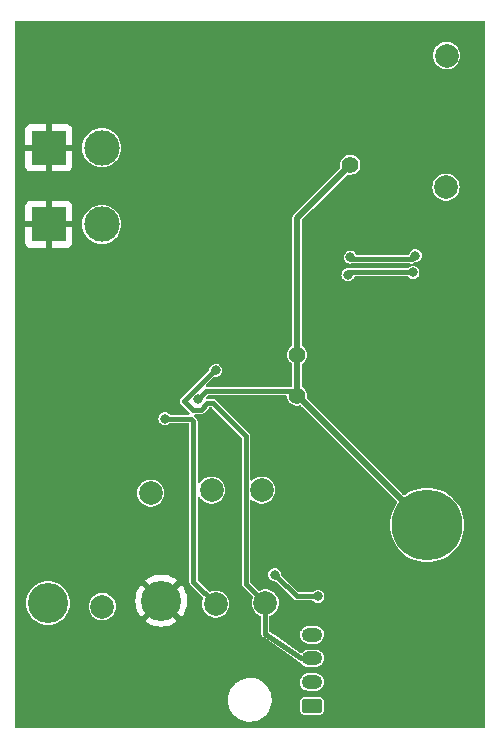
<source format=gbr>
G04 #@! TF.GenerationSoftware,KiCad,Pcbnew,7.0.0-da2b9df05c~163~ubuntu22.04.1*
G04 #@! TF.CreationDate,2023-03-30T16:17:32+09:00*
G04 #@! TF.ProjectId,staticdetector,73746174-6963-4646-9574-6563746f722e,rev?*
G04 #@! TF.SameCoordinates,Original*
G04 #@! TF.FileFunction,Copper,L2,Bot*
G04 #@! TF.FilePolarity,Positive*
%FSLAX46Y46*%
G04 Gerber Fmt 4.6, Leading zero omitted, Abs format (unit mm)*
G04 Created by KiCad (PCBNEW 7.0.0-da2b9df05c~163~ubuntu22.04.1) date 2023-03-30 16:17:32*
%MOMM*%
%LPD*%
G01*
G04 APERTURE LIST*
G04 Aperture macros list*
%AMRoundRect*
0 Rectangle with rounded corners*
0 $1 Rounding radius*
0 $2 $3 $4 $5 $6 $7 $8 $9 X,Y pos of 4 corners*
0 Add a 4 corners polygon primitive as box body*
4,1,4,$2,$3,$4,$5,$6,$7,$8,$9,$2,$3,0*
0 Add four circle primitives for the rounded corners*
1,1,$1+$1,$2,$3*
1,1,$1+$1,$4,$5*
1,1,$1+$1,$6,$7*
1,1,$1+$1,$8,$9*
0 Add four rect primitives between the rounded corners*
20,1,$1+$1,$2,$3,$4,$5,0*
20,1,$1+$1,$4,$5,$6,$7,0*
20,1,$1+$1,$6,$7,$8,$9,0*
20,1,$1+$1,$8,$9,$2,$3,0*%
G04 Aperture macros list end*
G04 #@! TA.AperFunction,ComponentPad*
%ADD10C,3.400000*%
G04 #@! TD*
G04 #@! TA.AperFunction,ComponentPad*
%ADD11C,2.000000*%
G04 #@! TD*
G04 #@! TA.AperFunction,ComponentPad*
%ADD12C,3.000000*%
G04 #@! TD*
G04 #@! TA.AperFunction,ComponentPad*
%ADD13R,3.000000X3.000000*%
G04 #@! TD*
G04 #@! TA.AperFunction,ComponentPad*
%ADD14O,1.750000X1.200000*%
G04 #@! TD*
G04 #@! TA.AperFunction,ComponentPad*
%ADD15RoundRect,0.250000X0.625000X-0.350000X0.625000X0.350000X-0.625000X0.350000X-0.625000X-0.350000X0*%
G04 #@! TD*
G04 #@! TA.AperFunction,ViaPad*
%ADD16C,0.800000*%
G04 #@! TD*
G04 #@! TA.AperFunction,ViaPad*
%ADD17C,1.399540*%
G04 #@! TD*
G04 #@! TA.AperFunction,ViaPad*
%ADD18C,6.000000*%
G04 #@! TD*
G04 #@! TA.AperFunction,Conductor*
%ADD19C,0.508000*%
G04 #@! TD*
G04 #@! TA.AperFunction,Conductor*
%ADD20C,0.381000*%
G04 #@! TD*
G04 APERTURE END LIST*
D10*
X112900000Y-109300000D03*
X122500000Y-109100000D03*
D11*
X126750000Y-99750000D03*
X121600000Y-100000000D03*
X131000000Y-99750000D03*
X146600000Y-74100000D03*
X146650000Y-62950000D03*
X131300000Y-109300000D03*
D12*
X117450000Y-70750000D03*
X117450000Y-77250000D03*
D13*
X112949999Y-70749999D03*
X112949999Y-77249999D03*
D11*
X117500000Y-109600000D03*
X127100000Y-109400000D03*
D14*
X135249999Y-111999999D03*
X135249999Y-113999999D03*
X135249999Y-115999999D03*
D15*
X135250000Y-118000000D03*
D16*
X126500000Y-84700000D03*
X143800000Y-81300000D03*
X138300000Y-81500000D03*
X144000000Y-79900000D03*
X138500000Y-80020000D03*
X132100000Y-106900000D03*
X135750000Y-108750000D03*
X127100000Y-89600000D03*
X125588155Y-92065326D03*
X122800000Y-93700000D03*
D17*
X138500000Y-72200000D03*
X134000000Y-91750000D03*
D18*
X145000000Y-102700000D03*
D17*
X134000000Y-88289770D03*
D19*
X134000000Y-76700000D02*
X138500000Y-72200000D01*
X134000000Y-88289770D02*
X134000000Y-76700000D01*
X134000000Y-91750000D02*
X134000000Y-88289770D01*
D20*
X138300000Y-81500000D02*
X138500000Y-81300000D01*
X138500000Y-81300000D02*
X143800000Y-81300000D01*
X143700000Y-80200000D02*
X138680000Y-80200000D01*
X144000000Y-79900000D02*
X143700000Y-80200000D01*
X138680000Y-80200000D02*
X138500000Y-80020000D01*
X133950000Y-108750000D02*
X135750000Y-108750000D01*
X132100000Y-106900000D02*
X133950000Y-108750000D01*
X131300000Y-109300000D02*
X131300000Y-111900000D01*
X131300000Y-111900000D02*
X134300000Y-114000000D01*
X134300000Y-114000000D02*
X135250000Y-114000000D01*
X127100000Y-109400000D02*
X125219741Y-107519741D01*
X125219741Y-107519741D02*
X125219741Y-93919741D01*
X125219741Y-93919741D02*
X125000000Y-93700000D01*
X125000000Y-93700000D02*
X122800000Y-93700000D01*
X129659500Y-107659500D02*
X131300000Y-109300000D01*
X127100000Y-89600000D02*
X127006962Y-89600000D01*
X126900706Y-92400000D02*
X129659500Y-95158794D01*
X126400000Y-92400000D02*
X126900706Y-92400000D01*
X125830501Y-92969499D02*
X126400000Y-92400000D01*
X129659500Y-95158794D02*
X129659500Y-107659500D01*
X125162537Y-92969499D02*
X125830501Y-92969499D01*
X124400000Y-92206962D02*
X125162537Y-92969499D01*
X127006962Y-89600000D02*
X124400000Y-92206962D01*
X126283982Y-91369499D02*
X125588155Y-92065326D01*
X133619499Y-91369499D02*
X126283982Y-91369499D01*
X134000000Y-91750000D02*
X133619499Y-91369499D01*
D19*
X145000000Y-102700000D02*
X134050000Y-91750000D01*
X134050000Y-91750000D02*
X134000000Y-91750000D01*
G04 #@! TA.AperFunction,Conductor*
G36*
X149837500Y-60016613D02*
G01*
X149882887Y-60062000D01*
X149899500Y-60124000D01*
X149899500Y-119775500D01*
X149882887Y-119837500D01*
X149837500Y-119882887D01*
X149775500Y-119899500D01*
X110224500Y-119899500D01*
X110162500Y-119882887D01*
X110117113Y-119837500D01*
X110100500Y-119775500D01*
X110100500Y-117567765D01*
X128145788Y-117567765D01*
X128146282Y-117572262D01*
X128146283Y-117572267D01*
X128174917Y-117832506D01*
X128174918Y-117832513D01*
X128175414Y-117837018D01*
X128176559Y-117841398D01*
X128176561Y-117841408D01*
X128208830Y-117964838D01*
X128243928Y-118099088D01*
X128245693Y-118103242D01*
X128245696Y-118103250D01*
X128348099Y-118344223D01*
X128349870Y-118348390D01*
X128352226Y-118352251D01*
X128352229Y-118352256D01*
X128432629Y-118483996D01*
X128490982Y-118579610D01*
X128664255Y-118787820D01*
X128667630Y-118790844D01*
X128667631Y-118790845D01*
X128772330Y-118884656D01*
X128865998Y-118968582D01*
X129091910Y-119118044D01*
X129337176Y-119233020D01*
X129596569Y-119311060D01*
X129864561Y-119350500D01*
X130065369Y-119350500D01*
X130067631Y-119350500D01*
X130270156Y-119335677D01*
X130534553Y-119276780D01*
X130787558Y-119180014D01*
X131023777Y-119047441D01*
X131238177Y-118881888D01*
X131426186Y-118686881D01*
X131583799Y-118466579D01*
X131630030Y-118376659D01*
X134224500Y-118376659D01*
X134224501Y-118381518D01*
X134225261Y-118386320D01*
X134225262Y-118386326D01*
X134236243Y-118455662D01*
X134239354Y-118475304D01*
X134243780Y-118483991D01*
X134243782Y-118483996D01*
X134290527Y-118575737D01*
X134296950Y-118588342D01*
X134386658Y-118678050D01*
X134499696Y-118735646D01*
X134593481Y-118750500D01*
X135906518Y-118750499D01*
X136000304Y-118735646D01*
X136113342Y-118678050D01*
X136203050Y-118588342D01*
X136260646Y-118475304D01*
X136275500Y-118381519D01*
X136275499Y-117618482D01*
X136260646Y-117524696D01*
X136203050Y-117411658D01*
X136113342Y-117321950D01*
X136000304Y-117264354D01*
X135990667Y-117262827D01*
X135990662Y-117262826D01*
X135911339Y-117250263D01*
X135911333Y-117250262D01*
X135906519Y-117249500D01*
X135901640Y-117249500D01*
X134598352Y-117249500D01*
X134598339Y-117249500D01*
X134593482Y-117249501D01*
X134588680Y-117250261D01*
X134588673Y-117250262D01*
X134509331Y-117262828D01*
X134509330Y-117262828D01*
X134499696Y-117264354D01*
X134491010Y-117268779D01*
X134491003Y-117268782D01*
X134395353Y-117317519D01*
X134395349Y-117317521D01*
X134386658Y-117321950D01*
X134379759Y-117328848D01*
X134379756Y-117328851D01*
X134303851Y-117404756D01*
X134303848Y-117404759D01*
X134296950Y-117411658D01*
X134292521Y-117420349D01*
X134292519Y-117420353D01*
X134243785Y-117515999D01*
X134239354Y-117524696D01*
X134237827Y-117534330D01*
X134237826Y-117534337D01*
X134225263Y-117613660D01*
X134225262Y-117613667D01*
X134224500Y-117618481D01*
X134224500Y-117623358D01*
X134224500Y-117623359D01*
X134224500Y-118376647D01*
X134224500Y-118376659D01*
X131630030Y-118376659D01*
X131707656Y-118225675D01*
X131795118Y-117969305D01*
X131844319Y-117702933D01*
X131854212Y-117432235D01*
X131824586Y-117162982D01*
X131756072Y-116900912D01*
X131650130Y-116651610D01*
X131509018Y-116420390D01*
X131335745Y-116212180D01*
X131245377Y-116131210D01*
X131147972Y-116043935D01*
X134220669Y-116043935D01*
X134251135Y-116216711D01*
X134320623Y-116377804D01*
X134425390Y-116518530D01*
X134559786Y-116631302D01*
X134716567Y-116710040D01*
X134887279Y-116750500D01*
X135565111Y-116750500D01*
X135568709Y-116750500D01*
X135699255Y-116735241D01*
X135864117Y-116675237D01*
X136010696Y-116578830D01*
X136131092Y-116451218D01*
X136218812Y-116299281D01*
X136269130Y-116131210D01*
X136279331Y-115956065D01*
X136248865Y-115783289D01*
X136179377Y-115622196D01*
X136074610Y-115481470D01*
X136002747Y-115421170D01*
X135945745Y-115373339D01*
X135945744Y-115373338D01*
X135940214Y-115368698D01*
X135847810Y-115322291D01*
X135789883Y-115293199D01*
X135789880Y-115293198D01*
X135783433Y-115289960D01*
X135776407Y-115288294D01*
X135776405Y-115288294D01*
X135619749Y-115251165D01*
X135619743Y-115251164D01*
X135612721Y-115249500D01*
X134931291Y-115249500D01*
X134927725Y-115249916D01*
X134927721Y-115249917D01*
X134807915Y-115263920D01*
X134807907Y-115263921D01*
X134800745Y-115264759D01*
X134793967Y-115267225D01*
X134793958Y-115267228D01*
X134642674Y-115322291D01*
X134642671Y-115322292D01*
X134635883Y-115324763D01*
X134629850Y-115328730D01*
X134629842Y-115328735D01*
X134495340Y-115417199D01*
X134495334Y-115417203D01*
X134489304Y-115421170D01*
X134484351Y-115426419D01*
X134484346Y-115426424D01*
X134373865Y-115543527D01*
X134373861Y-115543531D01*
X134368908Y-115548782D01*
X134365299Y-115555032D01*
X134365296Y-115555037D01*
X134284799Y-115694463D01*
X134284796Y-115694468D01*
X134281188Y-115700719D01*
X134279117Y-115707634D01*
X134279117Y-115707636D01*
X134232941Y-115861869D01*
X134232939Y-115861877D01*
X134230870Y-115868790D01*
X134230450Y-115875996D01*
X134230449Y-115876004D01*
X134221088Y-116036725D01*
X134221088Y-116036733D01*
X134220669Y-116043935D01*
X131147972Y-116043935D01*
X131137382Y-116034446D01*
X131137378Y-116034442D01*
X131134002Y-116031418D01*
X130908090Y-115881956D01*
X130903996Y-115880036D01*
X130903991Y-115880034D01*
X130666929Y-115768904D01*
X130666925Y-115768902D01*
X130662824Y-115766980D01*
X130658477Y-115765672D01*
X130658474Y-115765671D01*
X130407772Y-115690246D01*
X130407771Y-115690245D01*
X130403431Y-115688940D01*
X130398957Y-115688281D01*
X130398950Y-115688280D01*
X130139913Y-115650158D01*
X130139907Y-115650157D01*
X130135439Y-115649500D01*
X129932369Y-115649500D01*
X129930120Y-115649664D01*
X129930109Y-115649665D01*
X129734363Y-115663992D01*
X129734359Y-115663992D01*
X129729844Y-115664323D01*
X129725426Y-115665307D01*
X129725420Y-115665308D01*
X129469877Y-115722232D01*
X129469861Y-115722236D01*
X129465447Y-115723220D01*
X129461216Y-115724838D01*
X129461210Y-115724840D01*
X129216673Y-115818367D01*
X129216663Y-115818371D01*
X129212442Y-115819986D01*
X129208494Y-115822201D01*
X129208489Y-115822204D01*
X128980176Y-115950340D01*
X128980171Y-115950343D01*
X128976223Y-115952559D01*
X128972639Y-115955325D01*
X128972635Y-115955329D01*
X128765407Y-116115343D01*
X128765394Y-116115354D01*
X128761823Y-116118112D01*
X128758685Y-116121366D01*
X128758678Y-116121373D01*
X128576958Y-116309857D01*
X128576952Y-116309864D01*
X128573814Y-116313119D01*
X128571189Y-116316787D01*
X128571179Y-116316800D01*
X128418834Y-116529740D01*
X128418830Y-116529745D01*
X128416201Y-116533421D01*
X128414132Y-116537444D01*
X128414129Y-116537450D01*
X128294416Y-116770293D01*
X128294411Y-116770304D01*
X128292344Y-116774325D01*
X128290884Y-116778602D01*
X128290879Y-116778616D01*
X128206348Y-117026395D01*
X128206344Y-117026407D01*
X128204882Y-117030695D01*
X128204057Y-117035159D01*
X128204057Y-117035161D01*
X128156504Y-117292606D01*
X128156502Y-117292619D01*
X128155681Y-117297067D01*
X128155515Y-117301593D01*
X128155515Y-117301599D01*
X128147010Y-117534337D01*
X128145788Y-117567765D01*
X110100500Y-117567765D01*
X110100500Y-109300000D01*
X111044773Y-109300000D01*
X111045181Y-109305709D01*
X111063340Y-109559603D01*
X111063341Y-109559612D01*
X111063657Y-109564026D01*
X111064597Y-109568351D01*
X111064599Y-109568359D01*
X111118980Y-109818344D01*
X111119923Y-109822678D01*
X111121472Y-109826831D01*
X111210878Y-110066540D01*
X111210880Y-110066546D01*
X111212426Y-110070689D01*
X111339284Y-110303011D01*
X111497913Y-110514915D01*
X111685085Y-110702087D01*
X111896989Y-110860716D01*
X112129311Y-110987574D01*
X112377322Y-111080077D01*
X112635974Y-111136343D01*
X112900000Y-111155227D01*
X113164026Y-111136343D01*
X113422678Y-111080077D01*
X113670689Y-110987574D01*
X113903011Y-110860716D01*
X113952075Y-110823987D01*
X121134748Y-110823987D01*
X121142181Y-110835379D01*
X121154800Y-110846445D01*
X121161231Y-110851379D01*
X121394265Y-111007089D01*
X121401280Y-111011139D01*
X121652648Y-111135100D01*
X121660137Y-111138201D01*
X121925521Y-111228287D01*
X121933368Y-111230390D01*
X122208243Y-111285065D01*
X122216279Y-111286123D01*
X122495942Y-111304454D01*
X122504058Y-111304454D01*
X122783720Y-111286123D01*
X122791756Y-111285065D01*
X123066631Y-111230390D01*
X123074478Y-111228287D01*
X123339862Y-111138201D01*
X123347351Y-111135100D01*
X123598719Y-111011139D01*
X123605734Y-111007089D01*
X123838769Y-110851379D01*
X123845203Y-110846442D01*
X123857817Y-110835379D01*
X123865250Y-110823987D01*
X123858575Y-110812129D01*
X122511542Y-109465095D01*
X122500000Y-109458431D01*
X122488457Y-109465095D01*
X121141422Y-110812130D01*
X121134748Y-110823987D01*
X113952075Y-110823987D01*
X114114915Y-110702087D01*
X114302087Y-110514915D01*
X114460716Y-110303011D01*
X114587574Y-110070689D01*
X114680077Y-109822678D01*
X114728517Y-109600000D01*
X116344571Y-109600000D01*
X116364244Y-109812310D01*
X116365812Y-109817821D01*
X116365814Y-109817831D01*
X116421024Y-110011870D01*
X116421026Y-110011876D01*
X116422595Y-110017389D01*
X116517634Y-110208255D01*
X116549789Y-110250835D01*
X116614383Y-110336371D01*
X116646128Y-110378407D01*
X116650360Y-110382265D01*
X116741389Y-110465250D01*
X116803698Y-110522052D01*
X116984981Y-110634298D01*
X117183802Y-110711321D01*
X117393390Y-110750500D01*
X117600881Y-110750500D01*
X117606610Y-110750500D01*
X117816198Y-110711321D01*
X118015019Y-110634298D01*
X118196302Y-110522052D01*
X118353872Y-110378407D01*
X118482366Y-110208255D01*
X118577405Y-110017389D01*
X118635756Y-109812310D01*
X118655429Y-109600000D01*
X118635756Y-109387690D01*
X118577405Y-109182611D01*
X118538291Y-109104058D01*
X120295546Y-109104058D01*
X120313876Y-109383720D01*
X120314934Y-109391756D01*
X120369609Y-109666631D01*
X120371712Y-109674478D01*
X120461798Y-109939862D01*
X120464899Y-109947351D01*
X120588860Y-110198719D01*
X120592910Y-110205734D01*
X120748618Y-110438766D01*
X120753559Y-110445205D01*
X120764617Y-110457815D01*
X120776012Y-110465250D01*
X120787868Y-110458576D01*
X122134903Y-109111542D01*
X122141567Y-109100000D01*
X122141566Y-109099999D01*
X122858431Y-109099999D01*
X122865095Y-109111542D01*
X124212129Y-110458575D01*
X124223987Y-110465250D01*
X124235379Y-110457817D01*
X124246442Y-110445203D01*
X124251379Y-110438769D01*
X124407089Y-110205734D01*
X124411139Y-110198719D01*
X124535100Y-109947351D01*
X124538201Y-109939862D01*
X124628287Y-109674478D01*
X124630390Y-109666631D01*
X124685065Y-109391756D01*
X124686123Y-109383720D01*
X124704454Y-109104058D01*
X124704454Y-109095942D01*
X124686123Y-108816279D01*
X124685065Y-108808243D01*
X124630390Y-108533368D01*
X124628287Y-108525521D01*
X124538201Y-108260137D01*
X124535100Y-108252648D01*
X124411139Y-108001280D01*
X124407089Y-107994265D01*
X124251379Y-107761231D01*
X124246445Y-107754800D01*
X124235379Y-107742181D01*
X124223987Y-107734748D01*
X124212130Y-107741422D01*
X122865095Y-109088457D01*
X122858431Y-109099999D01*
X122141566Y-109099999D01*
X122134903Y-109088457D01*
X120787866Y-107741420D01*
X120776012Y-107734747D01*
X120764620Y-107742181D01*
X120753554Y-107754799D01*
X120748622Y-107761227D01*
X120592910Y-107994265D01*
X120588860Y-108001280D01*
X120464899Y-108252648D01*
X120461798Y-108260137D01*
X120371712Y-108525521D01*
X120369609Y-108533368D01*
X120314934Y-108808243D01*
X120313876Y-108816279D01*
X120295546Y-109095942D01*
X120295546Y-109104058D01*
X118538291Y-109104058D01*
X118482366Y-108991745D01*
X118353872Y-108821593D01*
X118316115Y-108787173D01*
X118200531Y-108681803D01*
X118200529Y-108681801D01*
X118196302Y-108677948D01*
X118191438Y-108674936D01*
X118191435Y-108674934D01*
X118019890Y-108568718D01*
X118019889Y-108568717D01*
X118015019Y-108565702D01*
X118009681Y-108563634D01*
X118009677Y-108563632D01*
X117821545Y-108490750D01*
X117821540Y-108490748D01*
X117816198Y-108488679D01*
X117758793Y-108477948D01*
X117612239Y-108450552D01*
X117612236Y-108450551D01*
X117606610Y-108449500D01*
X117393390Y-108449500D01*
X117387764Y-108450551D01*
X117387760Y-108450552D01*
X117189439Y-108487625D01*
X117189436Y-108487625D01*
X117183802Y-108488679D01*
X117178461Y-108490747D01*
X117178454Y-108490750D01*
X116990322Y-108563632D01*
X116990313Y-108563636D01*
X116984981Y-108565702D01*
X116980114Y-108568715D01*
X116980109Y-108568718D01*
X116808564Y-108674934D01*
X116808555Y-108674940D01*
X116803698Y-108677948D01*
X116799475Y-108681797D01*
X116799468Y-108681803D01*
X116650360Y-108817734D01*
X116650354Y-108817739D01*
X116646128Y-108821593D01*
X116642681Y-108826156D01*
X116642675Y-108826164D01*
X116521086Y-108987173D01*
X116521083Y-108987177D01*
X116517634Y-108991745D01*
X116515082Y-108996870D01*
X116515079Y-108996875D01*
X116425153Y-109177473D01*
X116422595Y-109182611D01*
X116421027Y-109188119D01*
X116421024Y-109188129D01*
X116365814Y-109382168D01*
X116365811Y-109382179D01*
X116364244Y-109387690D01*
X116363714Y-109393400D01*
X116363714Y-109393405D01*
X116352185Y-109517831D01*
X116344571Y-109600000D01*
X114728517Y-109600000D01*
X114736343Y-109564026D01*
X114755227Y-109300000D01*
X114736343Y-109035974D01*
X114680077Y-108777322D01*
X114587574Y-108529311D01*
X114460716Y-108296989D01*
X114302087Y-108085085D01*
X114114915Y-107897913D01*
X113903011Y-107739284D01*
X113891356Y-107732920D01*
X113674575Y-107614548D01*
X113670689Y-107612426D01*
X113666546Y-107610880D01*
X113666540Y-107610878D01*
X113426831Y-107521472D01*
X113422678Y-107519923D01*
X113418346Y-107518980D01*
X113418344Y-107518980D01*
X113168359Y-107464599D01*
X113168351Y-107464597D01*
X113164026Y-107463657D01*
X113159612Y-107463341D01*
X113159603Y-107463340D01*
X112904418Y-107445089D01*
X112900000Y-107444773D01*
X112895582Y-107445089D01*
X112640396Y-107463340D01*
X112640385Y-107463341D01*
X112635974Y-107463657D01*
X112631650Y-107464597D01*
X112631640Y-107464599D01*
X112381655Y-107518980D01*
X112381649Y-107518981D01*
X112377322Y-107519923D01*
X112373172Y-107521470D01*
X112373168Y-107521472D01*
X112133459Y-107610878D01*
X112133448Y-107610882D01*
X112129311Y-107612426D01*
X112125429Y-107614545D01*
X112125424Y-107614548D01*
X111900883Y-107737157D01*
X111900875Y-107737161D01*
X111896989Y-107739284D01*
X111893439Y-107741941D01*
X111893435Y-107741944D01*
X111688636Y-107895254D01*
X111688629Y-107895259D01*
X111685085Y-107897913D01*
X111681954Y-107901043D01*
X111681947Y-107901050D01*
X111501050Y-108081947D01*
X111501043Y-108081954D01*
X111497913Y-108085085D01*
X111495259Y-108088629D01*
X111495254Y-108088636D01*
X111343954Y-108290750D01*
X111339284Y-108296989D01*
X111337161Y-108300875D01*
X111337157Y-108300883D01*
X111216640Y-108521593D01*
X111212426Y-108529311D01*
X111210882Y-108533448D01*
X111210878Y-108533459D01*
X111124916Y-108763935D01*
X111119923Y-108777322D01*
X111118981Y-108781649D01*
X111118980Y-108781655D01*
X111064599Y-109031640D01*
X111064597Y-109031650D01*
X111063657Y-109035974D01*
X111063341Y-109040385D01*
X111063340Y-109040396D01*
X111045973Y-109283217D01*
X111044773Y-109300000D01*
X110100500Y-109300000D01*
X110100500Y-107376012D01*
X121134747Y-107376012D01*
X121141420Y-107387866D01*
X122488457Y-108734903D01*
X122500000Y-108741567D01*
X122511542Y-108734903D01*
X123858576Y-107387868D01*
X123865250Y-107376012D01*
X123857815Y-107364617D01*
X123845205Y-107353559D01*
X123838766Y-107348618D01*
X123605734Y-107192910D01*
X123598719Y-107188860D01*
X123347351Y-107064899D01*
X123339862Y-107061798D01*
X123074478Y-106971712D01*
X123066631Y-106969609D01*
X122791756Y-106914934D01*
X122783720Y-106913876D01*
X122504058Y-106895546D01*
X122495942Y-106895546D01*
X122216279Y-106913876D01*
X122208243Y-106914934D01*
X121933368Y-106969609D01*
X121925521Y-106971712D01*
X121660137Y-107061798D01*
X121652648Y-107064899D01*
X121401280Y-107188860D01*
X121394265Y-107192910D01*
X121161227Y-107348622D01*
X121154799Y-107353554D01*
X121142181Y-107364620D01*
X121134747Y-107376012D01*
X110100500Y-107376012D01*
X110100500Y-100000000D01*
X120444571Y-100000000D01*
X120445100Y-100005709D01*
X120463372Y-100202906D01*
X120464244Y-100212310D01*
X120465812Y-100217821D01*
X120465814Y-100217831D01*
X120521024Y-100411870D01*
X120521026Y-100411876D01*
X120522595Y-100417389D01*
X120617634Y-100608255D01*
X120746128Y-100778407D01*
X120750360Y-100782265D01*
X120878901Y-100899447D01*
X120903698Y-100922052D01*
X121084981Y-101034298D01*
X121283802Y-101111321D01*
X121493390Y-101150500D01*
X121700881Y-101150500D01*
X121706610Y-101150500D01*
X121916198Y-101111321D01*
X122115019Y-101034298D01*
X122296302Y-100922052D01*
X122453872Y-100778407D01*
X122582366Y-100608255D01*
X122677405Y-100417389D01*
X122735756Y-100212310D01*
X122755429Y-100000000D01*
X122735756Y-99787690D01*
X122726656Y-99755709D01*
X122678975Y-99588129D01*
X122677405Y-99582611D01*
X122582366Y-99391745D01*
X122453872Y-99221593D01*
X122404029Y-99176155D01*
X122300531Y-99081803D01*
X122300529Y-99081801D01*
X122296302Y-99077948D01*
X122291438Y-99074936D01*
X122291435Y-99074934D01*
X122119890Y-98968718D01*
X122119889Y-98968717D01*
X122115019Y-98965702D01*
X122109681Y-98963634D01*
X122109677Y-98963632D01*
X121921545Y-98890750D01*
X121921540Y-98890748D01*
X121916198Y-98888679D01*
X121910560Y-98887625D01*
X121712239Y-98850552D01*
X121712236Y-98850551D01*
X121706610Y-98849500D01*
X121493390Y-98849500D01*
X121487764Y-98850551D01*
X121487760Y-98850552D01*
X121289439Y-98887625D01*
X121289436Y-98887625D01*
X121283802Y-98888679D01*
X121278461Y-98890747D01*
X121278454Y-98890750D01*
X121090322Y-98963632D01*
X121090313Y-98963636D01*
X121084981Y-98965702D01*
X121080114Y-98968715D01*
X121080109Y-98968718D01*
X120908564Y-99074934D01*
X120908555Y-99074940D01*
X120903698Y-99077948D01*
X120899475Y-99081797D01*
X120899468Y-99081803D01*
X120750360Y-99217734D01*
X120750354Y-99217739D01*
X120746128Y-99221593D01*
X120742681Y-99226156D01*
X120742675Y-99226164D01*
X120621086Y-99387173D01*
X120621083Y-99387177D01*
X120617634Y-99391745D01*
X120615082Y-99396870D01*
X120615079Y-99396875D01*
X120531771Y-99564182D01*
X120522595Y-99582611D01*
X120521027Y-99588119D01*
X120521024Y-99588129D01*
X120465814Y-99782168D01*
X120465811Y-99782179D01*
X120464244Y-99787690D01*
X120463714Y-99793400D01*
X120463714Y-99793405D01*
X120457819Y-99857025D01*
X120444571Y-100000000D01*
X110100500Y-100000000D01*
X110100500Y-93700000D01*
X122244750Y-93700000D01*
X122245811Y-93708059D01*
X122259494Y-93811995D01*
X122263670Y-93843709D01*
X122266781Y-93851220D01*
X122266782Y-93851223D01*
X122301331Y-93934631D01*
X122319139Y-93977625D01*
X122324084Y-93984069D01*
X122324085Y-93984071D01*
X122377581Y-94053788D01*
X122407379Y-94092621D01*
X122522375Y-94180861D01*
X122656291Y-94236330D01*
X122800000Y-94255250D01*
X122943709Y-94236330D01*
X123077625Y-94180861D01*
X123192621Y-94092621D01*
X123197567Y-94086174D01*
X123203314Y-94080428D01*
X123204559Y-94081673D01*
X123238536Y-94053788D01*
X123293381Y-94041000D01*
X124754741Y-94041000D01*
X124816741Y-94057613D01*
X124862128Y-94103000D01*
X124878741Y-94165000D01*
X124878741Y-107499439D01*
X124878268Y-107510246D01*
X124874798Y-107549920D01*
X124877604Y-107560395D01*
X124877605Y-107560396D01*
X124885108Y-107588397D01*
X124887449Y-107598958D01*
X124892478Y-107627482D01*
X124892479Y-107627485D01*
X124894363Y-107638169D01*
X124899787Y-107647564D01*
X124901279Y-107651662D01*
X124903115Y-107655601D01*
X124905923Y-107666077D01*
X124912143Y-107674961D01*
X124912144Y-107674962D01*
X124928760Y-107698692D01*
X124934571Y-107707813D01*
X124954490Y-107742313D01*
X124984997Y-107767911D01*
X124992973Y-107775220D01*
X126018601Y-108800848D01*
X126046546Y-108843735D01*
X126054788Y-108894255D01*
X126041921Y-108943798D01*
X126022595Y-108982611D01*
X126021027Y-108988119D01*
X126021024Y-108988129D01*
X125965814Y-109182168D01*
X125965811Y-109182179D01*
X125964244Y-109187690D01*
X125963714Y-109193400D01*
X125963714Y-109193405D01*
X125953308Y-109305709D01*
X125944571Y-109400000D01*
X125964244Y-109612310D01*
X125965812Y-109617821D01*
X125965814Y-109617831D01*
X126021024Y-109811870D01*
X126021026Y-109811876D01*
X126022595Y-109817389D01*
X126117634Y-110008255D01*
X126246128Y-110178407D01*
X126250360Y-110182265D01*
X126386708Y-110306564D01*
X126403698Y-110322052D01*
X126584981Y-110434298D01*
X126783802Y-110511321D01*
X126993390Y-110550500D01*
X127200881Y-110550500D01*
X127206610Y-110550500D01*
X127416198Y-110511321D01*
X127615019Y-110434298D01*
X127796302Y-110322052D01*
X127953872Y-110178407D01*
X128082366Y-110008255D01*
X128177405Y-109817389D01*
X128235756Y-109612310D01*
X128255429Y-109400000D01*
X128235756Y-109187690D01*
X128211883Y-109103788D01*
X128178975Y-108988129D01*
X128177405Y-108982611D01*
X128082366Y-108791745D01*
X127953872Y-108621593D01*
X127857194Y-108533459D01*
X127800531Y-108481803D01*
X127800529Y-108481801D01*
X127796302Y-108477948D01*
X127791438Y-108474936D01*
X127791435Y-108474934D01*
X127619890Y-108368718D01*
X127619889Y-108368717D01*
X127615019Y-108365702D01*
X127609681Y-108363634D01*
X127609677Y-108363632D01*
X127421545Y-108290750D01*
X127421540Y-108290748D01*
X127416198Y-108288679D01*
X127369037Y-108279863D01*
X127212239Y-108250552D01*
X127212236Y-108250551D01*
X127206610Y-108249500D01*
X126993390Y-108249500D01*
X126987764Y-108250551D01*
X126987760Y-108250552D01*
X126789439Y-108287625D01*
X126789436Y-108287625D01*
X126783802Y-108288679D01*
X126778461Y-108290747D01*
X126778454Y-108290750D01*
X126633631Y-108346855D01*
X126586927Y-108355213D01*
X126540503Y-108345420D01*
X126501156Y-108318909D01*
X125597060Y-107414813D01*
X125570180Y-107374585D01*
X125560741Y-107327132D01*
X125560741Y-100454250D01*
X125575859Y-100394915D01*
X125617526Y-100350047D01*
X125675583Y-100330589D01*
X125735873Y-100341283D01*
X125783695Y-100379523D01*
X125851076Y-100468750D01*
X125896128Y-100528407D01*
X125900360Y-100532265D01*
X125997929Y-100621212D01*
X126053698Y-100672052D01*
X126234981Y-100784298D01*
X126433802Y-100861321D01*
X126643390Y-100900500D01*
X126850881Y-100900500D01*
X126856610Y-100900500D01*
X127066198Y-100861321D01*
X127265019Y-100784298D01*
X127446302Y-100672052D01*
X127603872Y-100528407D01*
X127732366Y-100358255D01*
X127827405Y-100167389D01*
X127885756Y-99962310D01*
X127905429Y-99750000D01*
X127885756Y-99537690D01*
X127842929Y-99387173D01*
X127828975Y-99338129D01*
X127827405Y-99332611D01*
X127732366Y-99141745D01*
X127603872Y-98971593D01*
X127511764Y-98887625D01*
X127450531Y-98831803D01*
X127450529Y-98831801D01*
X127446302Y-98827948D01*
X127441438Y-98824936D01*
X127441435Y-98824934D01*
X127269890Y-98718718D01*
X127269889Y-98718717D01*
X127265019Y-98715702D01*
X127259681Y-98713634D01*
X127259677Y-98713632D01*
X127071545Y-98640750D01*
X127071540Y-98640748D01*
X127066198Y-98638679D01*
X127060560Y-98637625D01*
X126862239Y-98600552D01*
X126862236Y-98600551D01*
X126856610Y-98599500D01*
X126643390Y-98599500D01*
X126637764Y-98600551D01*
X126637760Y-98600552D01*
X126439439Y-98637625D01*
X126439436Y-98637625D01*
X126433802Y-98638679D01*
X126428461Y-98640747D01*
X126428454Y-98640750D01*
X126240322Y-98713632D01*
X126240313Y-98713636D01*
X126234981Y-98715702D01*
X126230114Y-98718715D01*
X126230109Y-98718718D01*
X126058564Y-98824934D01*
X126058555Y-98824940D01*
X126053698Y-98827948D01*
X126049475Y-98831797D01*
X126049468Y-98831803D01*
X125900360Y-98967734D01*
X125900354Y-98967739D01*
X125896128Y-98971593D01*
X125892681Y-98976156D01*
X125892675Y-98976164D01*
X125783695Y-99120477D01*
X125735873Y-99158717D01*
X125675583Y-99169411D01*
X125617526Y-99149953D01*
X125575859Y-99105085D01*
X125560741Y-99045750D01*
X125560741Y-93940043D01*
X125561213Y-93929235D01*
X125564684Y-93889563D01*
X125554373Y-93851085D01*
X125552037Y-93840548D01*
X125545119Y-93801313D01*
X125539692Y-93791913D01*
X125538205Y-93787828D01*
X125536366Y-93783886D01*
X125533559Y-93773405D01*
X125510720Y-93740787D01*
X125504908Y-93731665D01*
X125484992Y-93697169D01*
X125454478Y-93671565D01*
X125446502Y-93664256D01*
X125304426Y-93522180D01*
X125274176Y-93472817D01*
X125269634Y-93415101D01*
X125291789Y-93361614D01*
X125335812Y-93324014D01*
X125392107Y-93310499D01*
X125810199Y-93310499D01*
X125821006Y-93310971D01*
X125860680Y-93314442D01*
X125899148Y-93304133D01*
X125909713Y-93301791D01*
X125911496Y-93301476D01*
X125948929Y-93294877D01*
X125958332Y-93289447D01*
X125962407Y-93287964D01*
X125966345Y-93286127D01*
X125976837Y-93283317D01*
X126009486Y-93260454D01*
X126018552Y-93254679D01*
X126053073Y-93234750D01*
X126078673Y-93204239D01*
X126085970Y-93196275D01*
X126504927Y-92777319D01*
X126545156Y-92750439D01*
X126592609Y-92741000D01*
X126708097Y-92741000D01*
X126755550Y-92750439D01*
X126795778Y-92777319D01*
X129282181Y-95263722D01*
X129309061Y-95303950D01*
X129318500Y-95351403D01*
X129318500Y-107639198D01*
X129318028Y-107650005D01*
X129315845Y-107674962D01*
X129314557Y-107689679D01*
X129317363Y-107700154D01*
X129317364Y-107700155D01*
X129324867Y-107728156D01*
X129327208Y-107738717D01*
X129332237Y-107767241D01*
X129332238Y-107767244D01*
X129334122Y-107777928D01*
X129339546Y-107787323D01*
X129341038Y-107791421D01*
X129342874Y-107795360D01*
X129345682Y-107805836D01*
X129351902Y-107814720D01*
X129351903Y-107814721D01*
X129368519Y-107838451D01*
X129374330Y-107847572D01*
X129394249Y-107882072D01*
X129424756Y-107907670D01*
X129432732Y-107914979D01*
X130218601Y-108700848D01*
X130246546Y-108743735D01*
X130254788Y-108794255D01*
X130241921Y-108843798D01*
X130222595Y-108882611D01*
X130221027Y-108888119D01*
X130221024Y-108888129D01*
X130165814Y-109082168D01*
X130165811Y-109082179D01*
X130164244Y-109087690D01*
X130163714Y-109093400D01*
X130163714Y-109093405D01*
X130150689Y-109233971D01*
X130144571Y-109300000D01*
X130145100Y-109305709D01*
X130152696Y-109387690D01*
X130164244Y-109512310D01*
X130165812Y-109517821D01*
X130165814Y-109517831D01*
X130221024Y-109711870D01*
X130221026Y-109711876D01*
X130222595Y-109717389D01*
X130317634Y-109908255D01*
X130321086Y-109912826D01*
X130440299Y-110070689D01*
X130446128Y-110078407D01*
X130450360Y-110082265D01*
X130593577Y-110212826D01*
X130603698Y-110222052D01*
X130784981Y-110334298D01*
X130790327Y-110336369D01*
X130790331Y-110336371D01*
X130879794Y-110371030D01*
X130921321Y-110397635D01*
X130949192Y-110438323D01*
X130959000Y-110486656D01*
X130959000Y-111840929D01*
X130958529Y-111851721D01*
X130957858Y-111859392D01*
X130955053Y-111869869D01*
X130955999Y-111880668D01*
X130955999Y-111880672D01*
X130958527Y-111909516D01*
X130959000Y-111920340D01*
X130959000Y-111929831D01*
X130959940Y-111935166D01*
X130959941Y-111935170D01*
X130960659Y-111939245D01*
X130962067Y-111949938D01*
X130964601Y-111978855D01*
X130964603Y-111978864D01*
X130965550Y-111989665D01*
X130970133Y-111999489D01*
X130971252Y-112003663D01*
X130972738Y-112007747D01*
X130974622Y-112018428D01*
X130994555Y-112052955D01*
X130999533Y-112062516D01*
X131016388Y-112098646D01*
X131024061Y-112106317D01*
X131026547Y-112109866D01*
X131029323Y-112113175D01*
X131034749Y-112122572D01*
X131043059Y-112129544D01*
X131043060Y-112129546D01*
X131065282Y-112148192D01*
X131073245Y-112155488D01*
X131076178Y-112158421D01*
X131076189Y-112158430D01*
X131080011Y-112162251D01*
X131087788Y-112167695D01*
X131096381Y-112174286D01*
X131126870Y-112199870D01*
X131137062Y-112203579D01*
X131143738Y-112207434D01*
X131152845Y-112213235D01*
X134056094Y-114245510D01*
X134064688Y-114252103D01*
X134070455Y-114256942D01*
X134077428Y-114265251D01*
X134111951Y-114285182D01*
X134121061Y-114290986D01*
X134124450Y-114293359D01*
X134124455Y-114293362D01*
X134128888Y-114296465D01*
X134137502Y-114300480D01*
X134147103Y-114305477D01*
X134181572Y-114325378D01*
X134192260Y-114327262D01*
X134196370Y-114328758D01*
X134200591Y-114329888D01*
X134210428Y-114334474D01*
X134238345Y-114336912D01*
X134287978Y-114352160D01*
X134327018Y-114386394D01*
X134425390Y-114518530D01*
X134559786Y-114631302D01*
X134716567Y-114710040D01*
X134887279Y-114750500D01*
X135565111Y-114750500D01*
X135568709Y-114750500D01*
X135699255Y-114735241D01*
X135864117Y-114675237D01*
X136010696Y-114578830D01*
X136131092Y-114451218D01*
X136218812Y-114299281D01*
X136269130Y-114131210D01*
X136279331Y-113956065D01*
X136248865Y-113783289D01*
X136179377Y-113622196D01*
X136074610Y-113481470D01*
X136002747Y-113421170D01*
X135945745Y-113373339D01*
X135945744Y-113373338D01*
X135940214Y-113368698D01*
X135847810Y-113322291D01*
X135789883Y-113293199D01*
X135789880Y-113293198D01*
X135783433Y-113289960D01*
X135776407Y-113288294D01*
X135776405Y-113288294D01*
X135619749Y-113251165D01*
X135619743Y-113251164D01*
X135612721Y-113249500D01*
X134931291Y-113249500D01*
X134927725Y-113249916D01*
X134927721Y-113249917D01*
X134807915Y-113263920D01*
X134807907Y-113263921D01*
X134800745Y-113264759D01*
X134793967Y-113267225D01*
X134793958Y-113267228D01*
X134642674Y-113322291D01*
X134642671Y-113322292D01*
X134635883Y-113324763D01*
X134629850Y-113328730D01*
X134629842Y-113328735D01*
X134495340Y-113417199D01*
X134495334Y-113417203D01*
X134489304Y-113421170D01*
X134484351Y-113426419D01*
X134484346Y-113426424D01*
X134395155Y-113520961D01*
X134346245Y-113552793D01*
X134288191Y-113558728D01*
X134233852Y-113537452D01*
X132336910Y-112209594D01*
X132100254Y-112043935D01*
X134220669Y-112043935D01*
X134251135Y-112216711D01*
X134320623Y-112377804D01*
X134425390Y-112518530D01*
X134559786Y-112631302D01*
X134716567Y-112710040D01*
X134887279Y-112750500D01*
X135565111Y-112750500D01*
X135568709Y-112750500D01*
X135699255Y-112735241D01*
X135864117Y-112675237D01*
X136010696Y-112578830D01*
X136131092Y-112451218D01*
X136218812Y-112299281D01*
X136269130Y-112131210D01*
X136279331Y-111956065D01*
X136248865Y-111783289D01*
X136179377Y-111622196D01*
X136074610Y-111481470D01*
X136002747Y-111421170D01*
X135945745Y-111373339D01*
X135945744Y-111373338D01*
X135940214Y-111368698D01*
X135847810Y-111322291D01*
X135789883Y-111293199D01*
X135789880Y-111293198D01*
X135783433Y-111289960D01*
X135776407Y-111288294D01*
X135776405Y-111288294D01*
X135619749Y-111251165D01*
X135619743Y-111251164D01*
X135612721Y-111249500D01*
X134931291Y-111249500D01*
X134927725Y-111249916D01*
X134927721Y-111249917D01*
X134807915Y-111263920D01*
X134807907Y-111263921D01*
X134800745Y-111264759D01*
X134793967Y-111267225D01*
X134793958Y-111267228D01*
X134642674Y-111322291D01*
X134642671Y-111322292D01*
X134635883Y-111324763D01*
X134629850Y-111328730D01*
X134629842Y-111328735D01*
X134495340Y-111417199D01*
X134495334Y-111417203D01*
X134489304Y-111421170D01*
X134484351Y-111426419D01*
X134484346Y-111426424D01*
X134373865Y-111543527D01*
X134373861Y-111543531D01*
X134368908Y-111548782D01*
X134365299Y-111555032D01*
X134365296Y-111555037D01*
X134284799Y-111694463D01*
X134284796Y-111694468D01*
X134281188Y-111700719D01*
X134279117Y-111707634D01*
X134279117Y-111707636D01*
X134232941Y-111861869D01*
X134232939Y-111861877D01*
X134230870Y-111868790D01*
X134230450Y-111875996D01*
X134230449Y-111876004D01*
X134221088Y-112036725D01*
X134221088Y-112036733D01*
X134220669Y-112043935D01*
X132100254Y-112043935D01*
X131693890Y-111759480D01*
X131655015Y-111715161D01*
X131641000Y-111657896D01*
X131641000Y-110486656D01*
X131650808Y-110438323D01*
X131678679Y-110397635D01*
X131720206Y-110371030D01*
X131809668Y-110336371D01*
X131809668Y-110336370D01*
X131815019Y-110334298D01*
X131996302Y-110222052D01*
X132153872Y-110078407D01*
X132282366Y-109908255D01*
X132377405Y-109717389D01*
X132435756Y-109512310D01*
X132455429Y-109300000D01*
X132435756Y-109087690D01*
X132422299Y-109040396D01*
X132378975Y-108888129D01*
X132377405Y-108882611D01*
X132282366Y-108691745D01*
X132162764Y-108533368D01*
X132157324Y-108526164D01*
X132157323Y-108526163D01*
X132153872Y-108521593D01*
X131996302Y-108377948D01*
X131991438Y-108374936D01*
X131991435Y-108374934D01*
X131819890Y-108268718D01*
X131819889Y-108268717D01*
X131815019Y-108265702D01*
X131809681Y-108263634D01*
X131809677Y-108263632D01*
X131621545Y-108190750D01*
X131621540Y-108190748D01*
X131616198Y-108188679D01*
X131610560Y-108187625D01*
X131412239Y-108150552D01*
X131412236Y-108150551D01*
X131406610Y-108149500D01*
X131193390Y-108149500D01*
X131187764Y-108150551D01*
X131187760Y-108150552D01*
X130989439Y-108187625D01*
X130989436Y-108187625D01*
X130983802Y-108188679D01*
X130978461Y-108190747D01*
X130978454Y-108190750D01*
X130833631Y-108246855D01*
X130786927Y-108255213D01*
X130740503Y-108245420D01*
X130701156Y-108218909D01*
X130036819Y-107554572D01*
X130009939Y-107514344D01*
X130000500Y-107466891D01*
X130000500Y-106900000D01*
X131544750Y-106900000D01*
X131545811Y-106908059D01*
X131558935Y-107007749D01*
X131563670Y-107043709D01*
X131566781Y-107051220D01*
X131566782Y-107051223D01*
X131572447Y-107064899D01*
X131619139Y-107177625D01*
X131624084Y-107184069D01*
X131624085Y-107184071D01*
X131702435Y-107286178D01*
X131707379Y-107292621D01*
X131822375Y-107380861D01*
X131956291Y-107436330D01*
X132100000Y-107455250D01*
X132108058Y-107454189D01*
X132116188Y-107454189D01*
X132116188Y-107455956D01*
X132159909Y-107460252D01*
X132207749Y-107489996D01*
X133694519Y-108976766D01*
X133701828Y-108984742D01*
X133727428Y-109015251D01*
X133761933Y-109035172D01*
X133771027Y-109040965D01*
X133803664Y-109063818D01*
X133814144Y-109066625D01*
X133818087Y-109068464D01*
X133822172Y-109069951D01*
X133831572Y-109075378D01*
X133870795Y-109082293D01*
X133881342Y-109084631D01*
X133919821Y-109094943D01*
X133959490Y-109091472D01*
X133970299Y-109091000D01*
X135256619Y-109091000D01*
X135311464Y-109103788D01*
X135345440Y-109131673D01*
X135346686Y-109130428D01*
X135352433Y-109136175D01*
X135357379Y-109142621D01*
X135472375Y-109230861D01*
X135606291Y-109286330D01*
X135750000Y-109305250D01*
X135893709Y-109286330D01*
X136027625Y-109230861D01*
X136142621Y-109142621D01*
X136230861Y-109027625D01*
X136286330Y-108893709D01*
X136305250Y-108750000D01*
X136286330Y-108606291D01*
X136230861Y-108472375D01*
X136142621Y-108357379D01*
X136092486Y-108318909D01*
X136034071Y-108274085D01*
X136034069Y-108274084D01*
X136027625Y-108269139D01*
X135973826Y-108246855D01*
X135901223Y-108216782D01*
X135901220Y-108216781D01*
X135893709Y-108213670D01*
X135885649Y-108212608D01*
X135885646Y-108212608D01*
X135758059Y-108195811D01*
X135750000Y-108194750D01*
X135741941Y-108195811D01*
X135614353Y-108212608D01*
X135614348Y-108212609D01*
X135606291Y-108213670D01*
X135598781Y-108216780D01*
X135598776Y-108216782D01*
X135479885Y-108266028D01*
X135479883Y-108266029D01*
X135472375Y-108269139D01*
X135465933Y-108274082D01*
X135465928Y-108274085D01*
X135363822Y-108352434D01*
X135363817Y-108352438D01*
X135357379Y-108357379D01*
X135352436Y-108363821D01*
X135346686Y-108369572D01*
X135345440Y-108368326D01*
X135311464Y-108396212D01*
X135256619Y-108409000D01*
X134142609Y-108409000D01*
X134095156Y-108399561D01*
X134054928Y-108372681D01*
X132689996Y-107007749D01*
X132660252Y-106959909D01*
X132655956Y-106916188D01*
X132654189Y-106916188D01*
X132654189Y-106908058D01*
X132655250Y-106900000D01*
X132636330Y-106756291D01*
X132580861Y-106622375D01*
X132492621Y-106507379D01*
X132377625Y-106419139D01*
X132341592Y-106404214D01*
X132251223Y-106366782D01*
X132251220Y-106366781D01*
X132243709Y-106363670D01*
X132235649Y-106362608D01*
X132235646Y-106362608D01*
X132108059Y-106345811D01*
X132100000Y-106344750D01*
X132091941Y-106345811D01*
X131964353Y-106362608D01*
X131964348Y-106362609D01*
X131956291Y-106363670D01*
X131948781Y-106366780D01*
X131948776Y-106366782D01*
X131829885Y-106416028D01*
X131829883Y-106416029D01*
X131822375Y-106419139D01*
X131815933Y-106424082D01*
X131815928Y-106424085D01*
X131713821Y-106502435D01*
X131713817Y-106502438D01*
X131707379Y-106507379D01*
X131702438Y-106513817D01*
X131702435Y-106513821D01*
X131624085Y-106615928D01*
X131624082Y-106615933D01*
X131619139Y-106622375D01*
X131616029Y-106629883D01*
X131616028Y-106629885D01*
X131566782Y-106748776D01*
X131566780Y-106748781D01*
X131563670Y-106756291D01*
X131562609Y-106764348D01*
X131562608Y-106764353D01*
X131545811Y-106891941D01*
X131544750Y-106900000D01*
X130000500Y-106900000D01*
X130000500Y-100676484D01*
X130013500Y-100621212D01*
X130049773Y-100577530D01*
X130101715Y-100554595D01*
X130158434Y-100557218D01*
X130208038Y-100584847D01*
X130299462Y-100668191D01*
X130299466Y-100668194D01*
X130303698Y-100672052D01*
X130484981Y-100784298D01*
X130683802Y-100861321D01*
X130893390Y-100900500D01*
X131100881Y-100900500D01*
X131106610Y-100900500D01*
X131316198Y-100861321D01*
X131515019Y-100784298D01*
X131696302Y-100672052D01*
X131853872Y-100528407D01*
X131982366Y-100358255D01*
X132077405Y-100167389D01*
X132135756Y-99962310D01*
X132155429Y-99750000D01*
X132135756Y-99537690D01*
X132092929Y-99387173D01*
X132078975Y-99338129D01*
X132077405Y-99332611D01*
X131982366Y-99141745D01*
X131853872Y-98971593D01*
X131761764Y-98887625D01*
X131700531Y-98831803D01*
X131700529Y-98831801D01*
X131696302Y-98827948D01*
X131691438Y-98824936D01*
X131691435Y-98824934D01*
X131519890Y-98718718D01*
X131519889Y-98718717D01*
X131515019Y-98715702D01*
X131509681Y-98713634D01*
X131509677Y-98713632D01*
X131321545Y-98640750D01*
X131321540Y-98640748D01*
X131316198Y-98638679D01*
X131310560Y-98637625D01*
X131112239Y-98600552D01*
X131112236Y-98600551D01*
X131106610Y-98599500D01*
X130893390Y-98599500D01*
X130887764Y-98600551D01*
X130887760Y-98600552D01*
X130689439Y-98637625D01*
X130689436Y-98637625D01*
X130683802Y-98638679D01*
X130678461Y-98640747D01*
X130678454Y-98640750D01*
X130490322Y-98713632D01*
X130490313Y-98713636D01*
X130484981Y-98715702D01*
X130480114Y-98718715D01*
X130480109Y-98718718D01*
X130308564Y-98824934D01*
X130308555Y-98824940D01*
X130303698Y-98827948D01*
X130299472Y-98831800D01*
X130299462Y-98831808D01*
X130208038Y-98915153D01*
X130158434Y-98942782D01*
X130101715Y-98945405D01*
X130049773Y-98922470D01*
X130013500Y-98878788D01*
X130000500Y-98823516D01*
X130000500Y-95179096D01*
X130000972Y-95168289D01*
X130003497Y-95139423D01*
X130004443Y-95128615D01*
X129994131Y-95090136D01*
X129991792Y-95079583D01*
X129984878Y-95040366D01*
X129979451Y-95030966D01*
X129977964Y-95026881D01*
X129976125Y-95022938D01*
X129973318Y-95012458D01*
X129950465Y-94979821D01*
X129944672Y-94970727D01*
X129924751Y-94936222D01*
X129894242Y-94910622D01*
X129886266Y-94903313D01*
X127156185Y-92173232D01*
X127148876Y-92165256D01*
X127123278Y-92134749D01*
X127104328Y-92123808D01*
X127088778Y-92114830D01*
X127079657Y-92109019D01*
X127055927Y-92092403D01*
X127055926Y-92092402D01*
X127047042Y-92086182D01*
X127036566Y-92083374D01*
X127032627Y-92081538D01*
X127028529Y-92080046D01*
X127019134Y-92074622D01*
X127008450Y-92072738D01*
X127008447Y-92072737D01*
X126979923Y-92067708D01*
X126969362Y-92065367D01*
X126941361Y-92057864D01*
X126941360Y-92057863D01*
X126930885Y-92055057D01*
X126920080Y-92056002D01*
X126920078Y-92056002D01*
X126891211Y-92058528D01*
X126880404Y-92059000D01*
X126420299Y-92059000D01*
X126409491Y-92058528D01*
X126369821Y-92055057D01*
X126370091Y-92051968D01*
X126330972Y-92045759D01*
X126283074Y-92009645D01*
X126257733Y-91955272D01*
X126260879Y-91895367D01*
X126291774Y-91843952D01*
X126388912Y-91746815D01*
X126429139Y-91719938D01*
X126476591Y-91710499D01*
X133029244Y-91710499D01*
X133087458Y-91725013D01*
X133132045Y-91765159D01*
X133152565Y-91821537D01*
X133163049Y-91921293D01*
X133163050Y-91921300D01*
X133163729Y-91927755D01*
X133165736Y-91933934D01*
X133165737Y-91933935D01*
X133210836Y-92072737D01*
X133218961Y-92097741D01*
X133222208Y-92103365D01*
X133222209Y-92103367D01*
X133299443Y-92237141D01*
X133308328Y-92252529D01*
X133312674Y-92257356D01*
X133312675Y-92257357D01*
X133421400Y-92378110D01*
X133427924Y-92385355D01*
X133572523Y-92490412D01*
X133735805Y-92563110D01*
X133910633Y-92600270D01*
X134082863Y-92600270D01*
X134089367Y-92600270D01*
X134220497Y-92572398D01*
X134281494Y-92574794D01*
X134333957Y-92606007D01*
X142428865Y-100700914D01*
X142458971Y-100749836D01*
X142463799Y-100807076D01*
X142442314Y-100860350D01*
X142330199Y-101018362D01*
X142330191Y-101018374D01*
X142328192Y-101021192D01*
X142326521Y-101024213D01*
X142326513Y-101024228D01*
X142158707Y-101327851D01*
X142157025Y-101330895D01*
X142155698Y-101334098D01*
X142155693Y-101334109D01*
X142022942Y-101654598D01*
X142022936Y-101654612D01*
X142021610Y-101657816D01*
X142020651Y-101661144D01*
X142020646Y-101661159D01*
X141924613Y-101994498D01*
X141924610Y-101994509D01*
X141923650Y-101997843D01*
X141923068Y-102001263D01*
X141923066Y-102001276D01*
X141864958Y-102343275D01*
X141864956Y-102343291D01*
X141864377Y-102346700D01*
X141844536Y-102700000D01*
X141864377Y-103053300D01*
X141864956Y-103056710D01*
X141864958Y-103056724D01*
X141923066Y-103398723D01*
X141923068Y-103398732D01*
X141923650Y-103402157D01*
X141924611Y-103405494D01*
X141924613Y-103405501D01*
X142020646Y-103738840D01*
X142020649Y-103738849D01*
X142021610Y-103742184D01*
X142022939Y-103745392D01*
X142022942Y-103745401D01*
X142155693Y-104065890D01*
X142157025Y-104069105D01*
X142158707Y-104072148D01*
X142326513Y-104375771D01*
X142326517Y-104375777D01*
X142328192Y-104378808D01*
X142532959Y-104667400D01*
X142768750Y-104931250D01*
X143032600Y-105167041D01*
X143321192Y-105371808D01*
X143630895Y-105542975D01*
X143957816Y-105678390D01*
X144297843Y-105776350D01*
X144646700Y-105835623D01*
X145000000Y-105855464D01*
X145353300Y-105835623D01*
X145702157Y-105776350D01*
X146042184Y-105678390D01*
X146369105Y-105542975D01*
X146678808Y-105371808D01*
X146967400Y-105167041D01*
X147231250Y-104931250D01*
X147467041Y-104667400D01*
X147671808Y-104378808D01*
X147842975Y-104069105D01*
X147978390Y-103742184D01*
X148076350Y-103402157D01*
X148135623Y-103053300D01*
X148155464Y-102700000D01*
X148135623Y-102346700D01*
X148076350Y-101997843D01*
X147978390Y-101657816D01*
X147842975Y-101330895D01*
X147671808Y-101021192D01*
X147467041Y-100732600D01*
X147231250Y-100468750D01*
X147101865Y-100353124D01*
X146969993Y-100235276D01*
X146969990Y-100235273D01*
X146967400Y-100232959D01*
X146925044Y-100202906D01*
X146820693Y-100128865D01*
X146678808Y-100028192D01*
X146675777Y-100026517D01*
X146675771Y-100026513D01*
X146372148Y-99858707D01*
X146369105Y-99857025D01*
X146365894Y-99855695D01*
X146365890Y-99855693D01*
X146045401Y-99722942D01*
X146045392Y-99722939D01*
X146042184Y-99721610D01*
X146038849Y-99720649D01*
X146038840Y-99720646D01*
X145705501Y-99624613D01*
X145705494Y-99624611D01*
X145702157Y-99623650D01*
X145698732Y-99623068D01*
X145698723Y-99623066D01*
X145356724Y-99564958D01*
X145356710Y-99564956D01*
X145353300Y-99564377D01*
X145349836Y-99564182D01*
X145349832Y-99564182D01*
X145003472Y-99544731D01*
X145000000Y-99544536D01*
X144996528Y-99544731D01*
X144650167Y-99564182D01*
X144650161Y-99564182D01*
X144646700Y-99564377D01*
X144643291Y-99564956D01*
X144643275Y-99564958D01*
X144301276Y-99623066D01*
X144301263Y-99623068D01*
X144297843Y-99623650D01*
X144294509Y-99624610D01*
X144294498Y-99624613D01*
X143961159Y-99720646D01*
X143961144Y-99720651D01*
X143957816Y-99721610D01*
X143954612Y-99722936D01*
X143954598Y-99722942D01*
X143634109Y-99855693D01*
X143634098Y-99855698D01*
X143630895Y-99857025D01*
X143627856Y-99858704D01*
X143627851Y-99858707D01*
X143324228Y-100026513D01*
X143324213Y-100026521D01*
X143321192Y-100028192D01*
X143318374Y-100030191D01*
X143318362Y-100030199D01*
X143160350Y-100142314D01*
X143107076Y-100163799D01*
X143049836Y-100158971D01*
X143000914Y-100128865D01*
X134874625Y-92002575D01*
X134845418Y-91956286D01*
X134838985Y-91901932D01*
X134854275Y-91756460D01*
X134854954Y-91750000D01*
X134836271Y-91572245D01*
X134781039Y-91402259D01*
X134691672Y-91247471D01*
X134572076Y-91114645D01*
X134566818Y-91110825D01*
X134566816Y-91110823D01*
X134455615Y-91030031D01*
X134418015Y-90986008D01*
X134404500Y-90929713D01*
X134404500Y-89110057D01*
X134418015Y-89053762D01*
X134455615Y-89009739D01*
X134499389Y-88977934D01*
X134572076Y-88925125D01*
X134691672Y-88792299D01*
X134781039Y-88637511D01*
X134836271Y-88467525D01*
X134854954Y-88289770D01*
X134836271Y-88112015D01*
X134781039Y-87942029D01*
X134691672Y-87787241D01*
X134572076Y-87654415D01*
X134566818Y-87650595D01*
X134566816Y-87650593D01*
X134455615Y-87569801D01*
X134418015Y-87525778D01*
X134404500Y-87469483D01*
X134404500Y-81500000D01*
X137744750Y-81500000D01*
X137745811Y-81508059D01*
X137754969Y-81577625D01*
X137763670Y-81643709D01*
X137766781Y-81651220D01*
X137766782Y-81651223D01*
X137794255Y-81717548D01*
X137819139Y-81777625D01*
X137907379Y-81892621D01*
X138022375Y-81980861D01*
X138156291Y-82036330D01*
X138300000Y-82055250D01*
X138443709Y-82036330D01*
X138577625Y-81980861D01*
X138692621Y-81892621D01*
X138780861Y-81777625D01*
X138805747Y-81717542D01*
X138832624Y-81677319D01*
X138872853Y-81650439D01*
X138920306Y-81641000D01*
X143306619Y-81641000D01*
X143361464Y-81653788D01*
X143395440Y-81681673D01*
X143396686Y-81680428D01*
X143402433Y-81686175D01*
X143407379Y-81692621D01*
X143522375Y-81780861D01*
X143656291Y-81836330D01*
X143800000Y-81855250D01*
X143943709Y-81836330D01*
X144077625Y-81780861D01*
X144192621Y-81692621D01*
X144280861Y-81577625D01*
X144336330Y-81443709D01*
X144355250Y-81300000D01*
X144336330Y-81156291D01*
X144280861Y-81022375D01*
X144192621Y-80907379D01*
X144077625Y-80819139D01*
X143982074Y-80779561D01*
X143951223Y-80766782D01*
X143951220Y-80766781D01*
X143943709Y-80763670D01*
X143935649Y-80762608D01*
X143935646Y-80762608D01*
X143868241Y-80753734D01*
X143809801Y-80729825D01*
X143770711Y-80680239D01*
X143761106Y-80617832D01*
X143783478Y-80558787D01*
X143832024Y-80518412D01*
X143835853Y-80516626D01*
X143846336Y-80513818D01*
X143878985Y-80490955D01*
X143888057Y-80485177D01*
X143914607Y-80469848D01*
X143952415Y-80455621D01*
X143983814Y-80454595D01*
X143983814Y-80454189D01*
X143991941Y-80454189D01*
X144000000Y-80455250D01*
X144143709Y-80436330D01*
X144277625Y-80380861D01*
X144392621Y-80292621D01*
X144480861Y-80177625D01*
X144536330Y-80043709D01*
X144555250Y-79900000D01*
X144536330Y-79756291D01*
X144480861Y-79622375D01*
X144392621Y-79507379D01*
X144277625Y-79419139D01*
X144241592Y-79404214D01*
X144151223Y-79366782D01*
X144151220Y-79366781D01*
X144143709Y-79363670D01*
X144135649Y-79362608D01*
X144135646Y-79362608D01*
X144008059Y-79345811D01*
X144000000Y-79344750D01*
X143991941Y-79345811D01*
X143864353Y-79362608D01*
X143864348Y-79362609D01*
X143856291Y-79363670D01*
X143848781Y-79366780D01*
X143848776Y-79366782D01*
X143729885Y-79416028D01*
X143729883Y-79416029D01*
X143722375Y-79419139D01*
X143715933Y-79424082D01*
X143715928Y-79424085D01*
X143613821Y-79502435D01*
X143613817Y-79502438D01*
X143607379Y-79507379D01*
X143602438Y-79513817D01*
X143602435Y-79513821D01*
X143524085Y-79615928D01*
X143524082Y-79615933D01*
X143519139Y-79622375D01*
X143516029Y-79629883D01*
X143516028Y-79629885D01*
X143466781Y-79748778D01*
X143466779Y-79748784D01*
X143463670Y-79756291D01*
X143462608Y-79764350D01*
X143461874Y-79767094D01*
X143437088Y-79814706D01*
X143394503Y-79847382D01*
X143342099Y-79859000D01*
X139112022Y-79859000D01*
X139064569Y-79849561D01*
X139024340Y-79822681D01*
X138997463Y-79782456D01*
X138980861Y-79742375D01*
X138892621Y-79627379D01*
X138777625Y-79539139D01*
X138716501Y-79513821D01*
X138651223Y-79486782D01*
X138651220Y-79486781D01*
X138643709Y-79483670D01*
X138635649Y-79482608D01*
X138635646Y-79482608D01*
X138508059Y-79465811D01*
X138500000Y-79464750D01*
X138491941Y-79465811D01*
X138364353Y-79482608D01*
X138364348Y-79482609D01*
X138356291Y-79483670D01*
X138348781Y-79486780D01*
X138348776Y-79486782D01*
X138229885Y-79536028D01*
X138229883Y-79536029D01*
X138222375Y-79539139D01*
X138215933Y-79544082D01*
X138215928Y-79544085D01*
X138113821Y-79622435D01*
X138113817Y-79622438D01*
X138107379Y-79627379D01*
X138102438Y-79633817D01*
X138102435Y-79633821D01*
X138024085Y-79735928D01*
X138024082Y-79735933D01*
X138019139Y-79742375D01*
X138016031Y-79749879D01*
X138016028Y-79749885D01*
X137966782Y-79868776D01*
X137966780Y-79868781D01*
X137963670Y-79876291D01*
X137962609Y-79884348D01*
X137962608Y-79884353D01*
X137945811Y-80011941D01*
X137944750Y-80020000D01*
X137963670Y-80163709D01*
X138019139Y-80297625D01*
X138024084Y-80304069D01*
X138024085Y-80304071D01*
X138085395Y-80383971D01*
X138107379Y-80412621D01*
X138222375Y-80500861D01*
X138356291Y-80556330D01*
X138500000Y-80575250D01*
X138643709Y-80556330D01*
X138657929Y-80550439D01*
X138705382Y-80541000D01*
X143570474Y-80541000D01*
X143635264Y-80559273D01*
X143680959Y-80608705D01*
X143694092Y-80674729D01*
X143670792Y-80737886D01*
X143617926Y-80779561D01*
X143529885Y-80816028D01*
X143529883Y-80816029D01*
X143522375Y-80819139D01*
X143515933Y-80824082D01*
X143515928Y-80824085D01*
X143413822Y-80902434D01*
X143413817Y-80902438D01*
X143407379Y-80907379D01*
X143402436Y-80913821D01*
X143396686Y-80919572D01*
X143395440Y-80918326D01*
X143361464Y-80946212D01*
X143306619Y-80959000D01*
X138520302Y-80959000D01*
X138509496Y-80958528D01*
X138504087Y-80958054D01*
X138480628Y-80956002D01*
X138480625Y-80956002D01*
X138469822Y-80955057D01*
X138459344Y-80957864D01*
X138448537Y-80958810D01*
X138448443Y-80957741D01*
X138415213Y-80959917D01*
X138308061Y-80945811D01*
X138308059Y-80945811D01*
X138300000Y-80944750D01*
X138291941Y-80945811D01*
X138164353Y-80962608D01*
X138164348Y-80962609D01*
X138156291Y-80963670D01*
X138148781Y-80966780D01*
X138148776Y-80966782D01*
X138029885Y-81016028D01*
X138029883Y-81016029D01*
X138022375Y-81019139D01*
X138015933Y-81024082D01*
X138015928Y-81024085D01*
X137913821Y-81102435D01*
X137913817Y-81102438D01*
X137907379Y-81107379D01*
X137902438Y-81113817D01*
X137902435Y-81113821D01*
X137824085Y-81215928D01*
X137824082Y-81215933D01*
X137819139Y-81222375D01*
X137816029Y-81229883D01*
X137816028Y-81229885D01*
X137766782Y-81348776D01*
X137766780Y-81348781D01*
X137763670Y-81356291D01*
X137762609Y-81364348D01*
X137762608Y-81364353D01*
X137752161Y-81443709D01*
X137744750Y-81500000D01*
X134404500Y-81500000D01*
X134404500Y-76918912D01*
X134413939Y-76871459D01*
X134440819Y-76831231D01*
X135364008Y-75908042D01*
X137172049Y-74100000D01*
X145444571Y-74100000D01*
X145464244Y-74312310D01*
X145465812Y-74317821D01*
X145465814Y-74317831D01*
X145521024Y-74511870D01*
X145521026Y-74511876D01*
X145522595Y-74517389D01*
X145617634Y-74708255D01*
X145746128Y-74878407D01*
X145903698Y-75022052D01*
X146084981Y-75134298D01*
X146283802Y-75211321D01*
X146493390Y-75250500D01*
X146700881Y-75250500D01*
X146706610Y-75250500D01*
X146916198Y-75211321D01*
X147115019Y-75134298D01*
X147296302Y-75022052D01*
X147453872Y-74878407D01*
X147582366Y-74708255D01*
X147677405Y-74517389D01*
X147735756Y-74312310D01*
X147755429Y-74100000D01*
X147735756Y-73887690D01*
X147677405Y-73682611D01*
X147582366Y-73491745D01*
X147453872Y-73321593D01*
X147296302Y-73177948D01*
X147291438Y-73174936D01*
X147291435Y-73174934D01*
X147119890Y-73068718D01*
X147119889Y-73068717D01*
X147115019Y-73065702D01*
X147109681Y-73063634D01*
X147109677Y-73063632D01*
X146921545Y-72990750D01*
X146921540Y-72990748D01*
X146916198Y-72988679D01*
X146910560Y-72987625D01*
X146712239Y-72950552D01*
X146712236Y-72950551D01*
X146706610Y-72949500D01*
X146493390Y-72949500D01*
X146487764Y-72950551D01*
X146487760Y-72950552D01*
X146289439Y-72987625D01*
X146289436Y-72987625D01*
X146283802Y-72988679D01*
X146278461Y-72990747D01*
X146278454Y-72990750D01*
X146090322Y-73063632D01*
X146090313Y-73063636D01*
X146084981Y-73065702D01*
X146080114Y-73068715D01*
X146080109Y-73068718D01*
X145908564Y-73174934D01*
X145908555Y-73174940D01*
X145903698Y-73177948D01*
X145899475Y-73181797D01*
X145899468Y-73181803D01*
X145750360Y-73317734D01*
X145750354Y-73317739D01*
X145746128Y-73321593D01*
X145742681Y-73326156D01*
X145742675Y-73326164D01*
X145621086Y-73487173D01*
X145621083Y-73487177D01*
X145617634Y-73491745D01*
X145615082Y-73496870D01*
X145615079Y-73496875D01*
X145525153Y-73677473D01*
X145522595Y-73682611D01*
X145521027Y-73688119D01*
X145521024Y-73688129D01*
X145465814Y-73882168D01*
X145465811Y-73882179D01*
X145464244Y-73887690D01*
X145444571Y-74100000D01*
X137172049Y-74100000D01*
X138207279Y-73064769D01*
X138259740Y-73033558D01*
X138320736Y-73031162D01*
X138410633Y-73050270D01*
X138582863Y-73050270D01*
X138589367Y-73050270D01*
X138764195Y-73013110D01*
X138927477Y-72940412D01*
X139072076Y-72835355D01*
X139191672Y-72702529D01*
X139281039Y-72547741D01*
X139336271Y-72377755D01*
X139354954Y-72200000D01*
X139336271Y-72022245D01*
X139281039Y-71852259D01*
X139191672Y-71697471D01*
X139072076Y-71564645D01*
X139066818Y-71560825D01*
X139066816Y-71560823D01*
X138932735Y-71463408D01*
X138932734Y-71463407D01*
X138927477Y-71459588D01*
X138921545Y-71456946D01*
X138921540Y-71456944D01*
X138770128Y-71389531D01*
X138770123Y-71389529D01*
X138764195Y-71386890D01*
X138757845Y-71385540D01*
X138757838Y-71385538D01*
X138595730Y-71351082D01*
X138595725Y-71351081D01*
X138589367Y-71349730D01*
X138410633Y-71349730D01*
X138404275Y-71351081D01*
X138404269Y-71351082D01*
X138242161Y-71385538D01*
X138242151Y-71385540D01*
X138235805Y-71386890D01*
X138229879Y-71389528D01*
X138229871Y-71389531D01*
X138078459Y-71456944D01*
X138078450Y-71456948D01*
X138072523Y-71459588D01*
X138067269Y-71463404D01*
X138067264Y-71463408D01*
X137933183Y-71560823D01*
X137933176Y-71560828D01*
X137927924Y-71564645D01*
X137923579Y-71569469D01*
X137923574Y-71569475D01*
X137812675Y-71692642D01*
X137812670Y-71692647D01*
X137808328Y-71697471D01*
X137805083Y-71703091D01*
X137805079Y-71703097D01*
X137722209Y-71846632D01*
X137722206Y-71846637D01*
X137718961Y-71852259D01*
X137716955Y-71858431D01*
X137716953Y-71858437D01*
X137665737Y-72016064D01*
X137663729Y-72022245D01*
X137663050Y-72028697D01*
X137663049Y-72028706D01*
X137646086Y-72190099D01*
X137645046Y-72200000D01*
X137645725Y-72206460D01*
X137663049Y-72371293D01*
X137663729Y-72377755D01*
X137665444Y-72383034D01*
X137663064Y-72443634D01*
X137631851Y-72496097D01*
X133691465Y-76436485D01*
X133675573Y-76452377D01*
X133675571Y-76452379D01*
X133668674Y-76459277D01*
X133664245Y-76467968D01*
X133664245Y-76467969D01*
X133658474Y-76479295D01*
X133648311Y-76495878D01*
X133640833Y-76506169D01*
X133640825Y-76506183D01*
X133635095Y-76514071D01*
X133632080Y-76523349D01*
X133632078Y-76523354D01*
X133628149Y-76535447D01*
X133620705Y-76553418D01*
X133614931Y-76564749D01*
X133614927Y-76564758D01*
X133610502Y-76573445D01*
X133608976Y-76583071D01*
X133608973Y-76583084D01*
X133606984Y-76595645D01*
X133602445Y-76614553D01*
X133598515Y-76626650D01*
X133598513Y-76626656D01*
X133595500Y-76635934D01*
X133595500Y-76645691D01*
X133595500Y-87469483D01*
X133581985Y-87525778D01*
X133544385Y-87569801D01*
X133433183Y-87650593D01*
X133433176Y-87650598D01*
X133427924Y-87654415D01*
X133423579Y-87659239D01*
X133423574Y-87659245D01*
X133312675Y-87782412D01*
X133312670Y-87782417D01*
X133308328Y-87787241D01*
X133305083Y-87792861D01*
X133305079Y-87792867D01*
X133222209Y-87936402D01*
X133222206Y-87936407D01*
X133218961Y-87942029D01*
X133216955Y-87948201D01*
X133216953Y-87948207D01*
X133165737Y-88105834D01*
X133163729Y-88112015D01*
X133163050Y-88118467D01*
X133163049Y-88118476D01*
X133146086Y-88279869D01*
X133145046Y-88289770D01*
X133145725Y-88296230D01*
X133163049Y-88461063D01*
X133163050Y-88461070D01*
X133163729Y-88467525D01*
X133218961Y-88637511D01*
X133308328Y-88792299D01*
X133427924Y-88925125D01*
X133433182Y-88928945D01*
X133433183Y-88928946D01*
X133544385Y-89009739D01*
X133581985Y-89053762D01*
X133595500Y-89110057D01*
X133595500Y-90904499D01*
X133578887Y-90966499D01*
X133533500Y-91011886D01*
X133471500Y-91028499D01*
X126360071Y-91028499D01*
X126303776Y-91014984D01*
X126259753Y-90977384D01*
X126237598Y-90923897D01*
X126242140Y-90866181D01*
X126272390Y-90816818D01*
X126272389Y-90816818D01*
X126910037Y-90179170D01*
X126957858Y-90149433D01*
X127013899Y-90143914D01*
X127100000Y-90155250D01*
X127243709Y-90136330D01*
X127377625Y-90080861D01*
X127492621Y-89992621D01*
X127580861Y-89877625D01*
X127636330Y-89743709D01*
X127655250Y-89600000D01*
X127636330Y-89456291D01*
X127580861Y-89322375D01*
X127492621Y-89207379D01*
X127377625Y-89119139D01*
X127341592Y-89104214D01*
X127251223Y-89066782D01*
X127251220Y-89066781D01*
X127243709Y-89063670D01*
X127235649Y-89062608D01*
X127235646Y-89062608D01*
X127108059Y-89045811D01*
X127100000Y-89044750D01*
X127091941Y-89045811D01*
X126964353Y-89062608D01*
X126964348Y-89062609D01*
X126956291Y-89063670D01*
X126948781Y-89066780D01*
X126948776Y-89066782D01*
X126829885Y-89116028D01*
X126829883Y-89116029D01*
X126822375Y-89119139D01*
X126815933Y-89124082D01*
X126815928Y-89124085D01*
X126713821Y-89202435D01*
X126713817Y-89202438D01*
X126707379Y-89207379D01*
X126702438Y-89213817D01*
X126702435Y-89213821D01*
X126624085Y-89315928D01*
X126624082Y-89315933D01*
X126619139Y-89322375D01*
X126616029Y-89329883D01*
X126616028Y-89329885D01*
X126566782Y-89448776D01*
X126566780Y-89448781D01*
X126563670Y-89456291D01*
X126562609Y-89464348D01*
X126562608Y-89464353D01*
X126553281Y-89535196D01*
X126541554Y-89573854D01*
X126518023Y-89606690D01*
X124201392Y-91923322D01*
X124201390Y-91923324D01*
X124201391Y-91923324D01*
X124116360Y-92008355D01*
X124111774Y-92018187D01*
X124111775Y-92018187D01*
X124108138Y-92025986D01*
X124097339Y-92044690D01*
X124092402Y-92051741D01*
X124092400Y-92051744D01*
X124086182Y-92060626D01*
X124083376Y-92071094D01*
X124083373Y-92071102D01*
X124081147Y-92079411D01*
X124073759Y-92099710D01*
X124070121Y-92107512D01*
X124070119Y-92107516D01*
X124065538Y-92117343D01*
X124064592Y-92128144D01*
X124064591Y-92128151D01*
X124063841Y-92136719D01*
X124060091Y-92157988D01*
X124057863Y-92166302D01*
X124057861Y-92166313D01*
X124055057Y-92176783D01*
X124056001Y-92187585D01*
X124056002Y-92187585D01*
X124056752Y-92196159D01*
X124056752Y-92217762D01*
X124055057Y-92237141D01*
X124057863Y-92247617D01*
X124057864Y-92247618D01*
X124060090Y-92255925D01*
X124063842Y-92277203D01*
X124065538Y-92296581D01*
X124073759Y-92314211D01*
X124081148Y-92334513D01*
X124086182Y-92353298D01*
X124092401Y-92362180D01*
X124092403Y-92362184D01*
X124097333Y-92369224D01*
X124108139Y-92387940D01*
X124116360Y-92405569D01*
X124124031Y-92413240D01*
X124124032Y-92413241D01*
X124858110Y-93147319D01*
X124888360Y-93196682D01*
X124892902Y-93254398D01*
X124870747Y-93307885D01*
X124826724Y-93345485D01*
X124770429Y-93359000D01*
X123293381Y-93359000D01*
X123238536Y-93346212D01*
X123204559Y-93318326D01*
X123203314Y-93319572D01*
X123197566Y-93313824D01*
X123192621Y-93307379D01*
X123178782Y-93296760D01*
X123084071Y-93224085D01*
X123084069Y-93224084D01*
X123077625Y-93219139D01*
X123041592Y-93204214D01*
X122951223Y-93166782D01*
X122951220Y-93166781D01*
X122943709Y-93163670D01*
X122935649Y-93162608D01*
X122935646Y-93162608D01*
X122808059Y-93145811D01*
X122800000Y-93144750D01*
X122791941Y-93145811D01*
X122664353Y-93162608D01*
X122664348Y-93162609D01*
X122656291Y-93163670D01*
X122648781Y-93166780D01*
X122648776Y-93166782D01*
X122529885Y-93216028D01*
X122529883Y-93216029D01*
X122522375Y-93219139D01*
X122515933Y-93224082D01*
X122515928Y-93224085D01*
X122413821Y-93302435D01*
X122413817Y-93302438D01*
X122407379Y-93307379D01*
X122402438Y-93313817D01*
X122402435Y-93313821D01*
X122324085Y-93415928D01*
X122324082Y-93415933D01*
X122319139Y-93422375D01*
X122316029Y-93429883D01*
X122316028Y-93429885D01*
X122266782Y-93548776D01*
X122266780Y-93548781D01*
X122263670Y-93556291D01*
X122262609Y-93564348D01*
X122262608Y-93564353D01*
X122248494Y-93671565D01*
X122244750Y-93700000D01*
X110100500Y-93700000D01*
X110100500Y-78794518D01*
X110950000Y-78794518D01*
X110950353Y-78801114D01*
X110955573Y-78849667D01*
X110959111Y-78864641D01*
X111003547Y-78983777D01*
X111011962Y-78999189D01*
X111087498Y-79100092D01*
X111099907Y-79112501D01*
X111200810Y-79188037D01*
X111216222Y-79196452D01*
X111335358Y-79240888D01*
X111350332Y-79244426D01*
X111398885Y-79249646D01*
X111405482Y-79250000D01*
X112683674Y-79250000D01*
X112696549Y-79246549D01*
X112700000Y-79233674D01*
X113200000Y-79233674D01*
X113203450Y-79246549D01*
X113216326Y-79250000D01*
X114494518Y-79250000D01*
X114501114Y-79249646D01*
X114549667Y-79244426D01*
X114564641Y-79240888D01*
X114683777Y-79196452D01*
X114699189Y-79188037D01*
X114800092Y-79112501D01*
X114812501Y-79100092D01*
X114888037Y-78999189D01*
X114896452Y-78983777D01*
X114940888Y-78864641D01*
X114944426Y-78849667D01*
X114949646Y-78801114D01*
X114950000Y-78794518D01*
X114950000Y-77516326D01*
X114946549Y-77503450D01*
X114933674Y-77500000D01*
X113216326Y-77500000D01*
X113203450Y-77503450D01*
X113200000Y-77516326D01*
X113200000Y-79233674D01*
X112700000Y-79233674D01*
X112700000Y-77516326D01*
X112696549Y-77503450D01*
X112683674Y-77500000D01*
X110966326Y-77500000D01*
X110953450Y-77503450D01*
X110950000Y-77516326D01*
X110950000Y-78794518D01*
X110100500Y-78794518D01*
X110100500Y-77250000D01*
X115794396Y-77250000D01*
X115814779Y-77508994D01*
X115815914Y-77513723D01*
X115815915Y-77513727D01*
X115874289Y-77756873D01*
X115874291Y-77756881D01*
X115875427Y-77761610D01*
X115974846Y-78001628D01*
X115977382Y-78005767D01*
X115977386Y-78005774D01*
X116108042Y-78218986D01*
X116110588Y-78223140D01*
X116279311Y-78420689D01*
X116476860Y-78589412D01*
X116698372Y-78725154D01*
X116938390Y-78824573D01*
X117191006Y-78885221D01*
X117450000Y-78905604D01*
X117708994Y-78885221D01*
X117961610Y-78824573D01*
X118201628Y-78725154D01*
X118423140Y-78589412D01*
X118620689Y-78420689D01*
X118789412Y-78223140D01*
X118925154Y-78001628D01*
X119024573Y-77761610D01*
X119085221Y-77508994D01*
X119105604Y-77250000D01*
X119085221Y-76991006D01*
X119024573Y-76738390D01*
X118925154Y-76498372D01*
X118896968Y-76452377D01*
X118791957Y-76281013D01*
X118791956Y-76281012D01*
X118789412Y-76276860D01*
X118620689Y-76079311D01*
X118423140Y-75910588D01*
X118418989Y-75908044D01*
X118418986Y-75908042D01*
X118205774Y-75777386D01*
X118205767Y-75777382D01*
X118201628Y-75774846D01*
X118197133Y-75772984D01*
X118197131Y-75772983D01*
X117966110Y-75677291D01*
X117961610Y-75675427D01*
X117956881Y-75674291D01*
X117956873Y-75674289D01*
X117713727Y-75615915D01*
X117713723Y-75615914D01*
X117708994Y-75614779D01*
X117704143Y-75614397D01*
X117704142Y-75614397D01*
X117454854Y-75594778D01*
X117450000Y-75594396D01*
X117445146Y-75594778D01*
X117195857Y-75614397D01*
X117195854Y-75614397D01*
X117191006Y-75614779D01*
X117186278Y-75615913D01*
X117186272Y-75615915D01*
X116943126Y-75674289D01*
X116943114Y-75674292D01*
X116938390Y-75675427D01*
X116933893Y-75677289D01*
X116933889Y-75677291D01*
X116702868Y-75772983D01*
X116702860Y-75772986D01*
X116698372Y-75774846D01*
X116694237Y-75777379D01*
X116694225Y-75777386D01*
X116481013Y-75908042D01*
X116481003Y-75908048D01*
X116476860Y-75910588D01*
X116473159Y-75913748D01*
X116473152Y-75913754D01*
X116283011Y-76076150D01*
X116283004Y-76076156D01*
X116279311Y-76079311D01*
X116276156Y-76083004D01*
X116276150Y-76083011D01*
X116113754Y-76273152D01*
X116113748Y-76273159D01*
X116110588Y-76276860D01*
X116108048Y-76281003D01*
X116108042Y-76281013D01*
X115977386Y-76494225D01*
X115977379Y-76494237D01*
X115974846Y-76498372D01*
X115972986Y-76502860D01*
X115972983Y-76502868D01*
X115877291Y-76733889D01*
X115875427Y-76738390D01*
X115874292Y-76743114D01*
X115874289Y-76743126D01*
X115815915Y-76986272D01*
X115815913Y-76986278D01*
X115814779Y-76991006D01*
X115794396Y-77250000D01*
X110100500Y-77250000D01*
X110100500Y-76983674D01*
X110950000Y-76983674D01*
X110953450Y-76996549D01*
X110966326Y-77000000D01*
X112683674Y-77000000D01*
X112696549Y-76996549D01*
X112700000Y-76983674D01*
X113200000Y-76983674D01*
X113203450Y-76996549D01*
X113216326Y-77000000D01*
X114933674Y-77000000D01*
X114946549Y-76996549D01*
X114950000Y-76983674D01*
X114950000Y-75705482D01*
X114949646Y-75698885D01*
X114944426Y-75650332D01*
X114940888Y-75635358D01*
X114896452Y-75516222D01*
X114888037Y-75500810D01*
X114812501Y-75399907D01*
X114800092Y-75387498D01*
X114699189Y-75311962D01*
X114683777Y-75303547D01*
X114564641Y-75259111D01*
X114549667Y-75255573D01*
X114501114Y-75250353D01*
X114494518Y-75250000D01*
X113216326Y-75250000D01*
X113203450Y-75253450D01*
X113200000Y-75266326D01*
X113200000Y-76983674D01*
X112700000Y-76983674D01*
X112700000Y-75266326D01*
X112696549Y-75253450D01*
X112683674Y-75250000D01*
X111405482Y-75250000D01*
X111398885Y-75250353D01*
X111350332Y-75255573D01*
X111335358Y-75259111D01*
X111216222Y-75303547D01*
X111200810Y-75311962D01*
X111099907Y-75387498D01*
X111087498Y-75399907D01*
X111011962Y-75500810D01*
X111003547Y-75516222D01*
X110959111Y-75635358D01*
X110955573Y-75650332D01*
X110950353Y-75698885D01*
X110950000Y-75705482D01*
X110950000Y-76983674D01*
X110100500Y-76983674D01*
X110100500Y-72294518D01*
X110950000Y-72294518D01*
X110950353Y-72301114D01*
X110955573Y-72349667D01*
X110959111Y-72364641D01*
X111003547Y-72483777D01*
X111011962Y-72499189D01*
X111087498Y-72600092D01*
X111099907Y-72612501D01*
X111200810Y-72688037D01*
X111216222Y-72696452D01*
X111335358Y-72740888D01*
X111350332Y-72744426D01*
X111398885Y-72749646D01*
X111405482Y-72750000D01*
X112683674Y-72750000D01*
X112696549Y-72746549D01*
X112700000Y-72733674D01*
X113200000Y-72733674D01*
X113203450Y-72746549D01*
X113216326Y-72750000D01*
X114494518Y-72750000D01*
X114501114Y-72749646D01*
X114549667Y-72744426D01*
X114564641Y-72740888D01*
X114683777Y-72696452D01*
X114699189Y-72688037D01*
X114800092Y-72612501D01*
X114812501Y-72600092D01*
X114888037Y-72499189D01*
X114896452Y-72483777D01*
X114940888Y-72364641D01*
X114944426Y-72349667D01*
X114949646Y-72301114D01*
X114950000Y-72294518D01*
X114950000Y-71016326D01*
X114946549Y-71003450D01*
X114933674Y-71000000D01*
X113216326Y-71000000D01*
X113203450Y-71003450D01*
X113200000Y-71016326D01*
X113200000Y-72733674D01*
X112700000Y-72733674D01*
X112700000Y-71016326D01*
X112696549Y-71003450D01*
X112683674Y-71000000D01*
X110966326Y-71000000D01*
X110953450Y-71003450D01*
X110950000Y-71016326D01*
X110950000Y-72294518D01*
X110100500Y-72294518D01*
X110100500Y-70750000D01*
X115794396Y-70750000D01*
X115814779Y-71008994D01*
X115815914Y-71013723D01*
X115815915Y-71013727D01*
X115874289Y-71256873D01*
X115874291Y-71256881D01*
X115875427Y-71261610D01*
X115877291Y-71266110D01*
X115959014Y-71463408D01*
X115974846Y-71501628D01*
X115977382Y-71505767D01*
X115977386Y-71505774D01*
X116108042Y-71718986D01*
X116110588Y-71723140D01*
X116279311Y-71920689D01*
X116476860Y-72089412D01*
X116698372Y-72225154D01*
X116938390Y-72324573D01*
X117191006Y-72385221D01*
X117450000Y-72405604D01*
X117708994Y-72385221D01*
X117961610Y-72324573D01*
X118201628Y-72225154D01*
X118423140Y-72089412D01*
X118620689Y-71920689D01*
X118789412Y-71723140D01*
X118925154Y-71501628D01*
X119024573Y-71261610D01*
X119085221Y-71008994D01*
X119105604Y-70750000D01*
X119085221Y-70491006D01*
X119024573Y-70238390D01*
X118925154Y-69998372D01*
X118789412Y-69776860D01*
X118620689Y-69579311D01*
X118423140Y-69410588D01*
X118418989Y-69408044D01*
X118418986Y-69408042D01*
X118205774Y-69277386D01*
X118205767Y-69277382D01*
X118201628Y-69274846D01*
X118197133Y-69272984D01*
X118197131Y-69272983D01*
X117966110Y-69177291D01*
X117961610Y-69175427D01*
X117956881Y-69174291D01*
X117956873Y-69174289D01*
X117713727Y-69115915D01*
X117713723Y-69115914D01*
X117708994Y-69114779D01*
X117704143Y-69114397D01*
X117704142Y-69114397D01*
X117454854Y-69094778D01*
X117450000Y-69094396D01*
X117445146Y-69094778D01*
X117195857Y-69114397D01*
X117195854Y-69114397D01*
X117191006Y-69114779D01*
X117186278Y-69115913D01*
X117186272Y-69115915D01*
X116943126Y-69174289D01*
X116943114Y-69174292D01*
X116938390Y-69175427D01*
X116933893Y-69177289D01*
X116933889Y-69177291D01*
X116702868Y-69272983D01*
X116702860Y-69272986D01*
X116698372Y-69274846D01*
X116694237Y-69277379D01*
X116694225Y-69277386D01*
X116481013Y-69408042D01*
X116481003Y-69408048D01*
X116476860Y-69410588D01*
X116473159Y-69413748D01*
X116473152Y-69413754D01*
X116283011Y-69576150D01*
X116283004Y-69576156D01*
X116279311Y-69579311D01*
X116276156Y-69583004D01*
X116276150Y-69583011D01*
X116113754Y-69773152D01*
X116113748Y-69773159D01*
X116110588Y-69776860D01*
X116108048Y-69781003D01*
X116108042Y-69781013D01*
X115977386Y-69994225D01*
X115977379Y-69994237D01*
X115974846Y-69998372D01*
X115972986Y-70002860D01*
X115972983Y-70002868D01*
X115877291Y-70233889D01*
X115875427Y-70238390D01*
X115874292Y-70243114D01*
X115874289Y-70243126D01*
X115815915Y-70486272D01*
X115815913Y-70486278D01*
X115814779Y-70491006D01*
X115794396Y-70750000D01*
X110100500Y-70750000D01*
X110100500Y-70483674D01*
X110950000Y-70483674D01*
X110953450Y-70496549D01*
X110966326Y-70500000D01*
X112683674Y-70500000D01*
X112696549Y-70496549D01*
X112700000Y-70483674D01*
X113200000Y-70483674D01*
X113203450Y-70496549D01*
X113216326Y-70500000D01*
X114933674Y-70500000D01*
X114946549Y-70496549D01*
X114950000Y-70483674D01*
X114950000Y-69205482D01*
X114949646Y-69198885D01*
X114944426Y-69150332D01*
X114940888Y-69135358D01*
X114896452Y-69016222D01*
X114888037Y-69000810D01*
X114812501Y-68899907D01*
X114800092Y-68887498D01*
X114699189Y-68811962D01*
X114683777Y-68803547D01*
X114564641Y-68759111D01*
X114549667Y-68755573D01*
X114501114Y-68750353D01*
X114494518Y-68750000D01*
X113216326Y-68750000D01*
X113203450Y-68753450D01*
X113200000Y-68766326D01*
X113200000Y-70483674D01*
X112700000Y-70483674D01*
X112700000Y-68766326D01*
X112696549Y-68753450D01*
X112683674Y-68750000D01*
X111405482Y-68750000D01*
X111398885Y-68750353D01*
X111350332Y-68755573D01*
X111335358Y-68759111D01*
X111216222Y-68803547D01*
X111200810Y-68811962D01*
X111099907Y-68887498D01*
X111087498Y-68899907D01*
X111011962Y-69000810D01*
X111003547Y-69016222D01*
X110959111Y-69135358D01*
X110955573Y-69150332D01*
X110950353Y-69198885D01*
X110950000Y-69205482D01*
X110950000Y-70483674D01*
X110100500Y-70483674D01*
X110100500Y-62950000D01*
X145494571Y-62950000D01*
X145514244Y-63162310D01*
X145515812Y-63167821D01*
X145515814Y-63167831D01*
X145571024Y-63361870D01*
X145571026Y-63361876D01*
X145572595Y-63367389D01*
X145667634Y-63558255D01*
X145796128Y-63728407D01*
X145953698Y-63872052D01*
X146134981Y-63984298D01*
X146333802Y-64061321D01*
X146543390Y-64100500D01*
X146750881Y-64100500D01*
X146756610Y-64100500D01*
X146966198Y-64061321D01*
X147165019Y-63984298D01*
X147346302Y-63872052D01*
X147503872Y-63728407D01*
X147632366Y-63558255D01*
X147727405Y-63367389D01*
X147785756Y-63162310D01*
X147805429Y-62950000D01*
X147785756Y-62737690D01*
X147727405Y-62532611D01*
X147632366Y-62341745D01*
X147503872Y-62171593D01*
X147346302Y-62027948D01*
X147341438Y-62024936D01*
X147341435Y-62024934D01*
X147169890Y-61918718D01*
X147169889Y-61918717D01*
X147165019Y-61915702D01*
X147159681Y-61913634D01*
X147159677Y-61913632D01*
X146971545Y-61840750D01*
X146971540Y-61840748D01*
X146966198Y-61838679D01*
X146960560Y-61837625D01*
X146762239Y-61800552D01*
X146762236Y-61800551D01*
X146756610Y-61799500D01*
X146543390Y-61799500D01*
X146537764Y-61800551D01*
X146537760Y-61800552D01*
X146339439Y-61837625D01*
X146339436Y-61837625D01*
X146333802Y-61838679D01*
X146328461Y-61840747D01*
X146328454Y-61840750D01*
X146140322Y-61913632D01*
X146140313Y-61913636D01*
X146134981Y-61915702D01*
X146130114Y-61918715D01*
X146130109Y-61918718D01*
X145958564Y-62024934D01*
X145958555Y-62024940D01*
X145953698Y-62027948D01*
X145949475Y-62031797D01*
X145949468Y-62031803D01*
X145800360Y-62167734D01*
X145800354Y-62167739D01*
X145796128Y-62171593D01*
X145792681Y-62176156D01*
X145792675Y-62176164D01*
X145671086Y-62337173D01*
X145671083Y-62337177D01*
X145667634Y-62341745D01*
X145665082Y-62346870D01*
X145665079Y-62346875D01*
X145575153Y-62527473D01*
X145572595Y-62532611D01*
X145571027Y-62538119D01*
X145571024Y-62538129D01*
X145515814Y-62732168D01*
X145515811Y-62732179D01*
X145514244Y-62737690D01*
X145494571Y-62950000D01*
X110100500Y-62950000D01*
X110100500Y-60124000D01*
X110117113Y-60062000D01*
X110162500Y-60016613D01*
X110224500Y-60000000D01*
X149775500Y-60000000D01*
X149837500Y-60016613D01*
G37*
G04 #@! TD.AperFunction*
M02*

</source>
